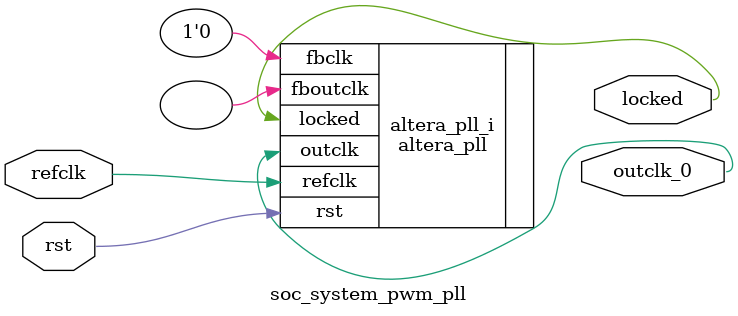
<source format=v>
`timescale 1ns/10ps
module  soc_system_pwm_pll(

	// interface 'refclk'
	input wire refclk,

	// interface 'reset'
	input wire rst,

	// interface 'outclk0'
	output wire outclk_0,

	// interface 'locked'
	output wire locked
);

	altera_pll #(
		.fractional_vco_multiplier("false"),
		.reference_clock_frequency("50.0 MHz"),
		.operation_mode("direct"),
		.number_of_clocks(1),
		.output_clock_frequency0("1.505199 MHz"),
		.phase_shift0("0 ps"),
		.duty_cycle0(50),
		.output_clock_frequency1("0 MHz"),
		.phase_shift1("0 ps"),
		.duty_cycle1(50),
		.output_clock_frequency2("0 MHz"),
		.phase_shift2("0 ps"),
		.duty_cycle2(50),
		.output_clock_frequency3("0 MHz"),
		.phase_shift3("0 ps"),
		.duty_cycle3(50),
		.output_clock_frequency4("0 MHz"),
		.phase_shift4("0 ps"),
		.duty_cycle4(50),
		.output_clock_frequency5("0 MHz"),
		.phase_shift5("0 ps"),
		.duty_cycle5(50),
		.output_clock_frequency6("0 MHz"),
		.phase_shift6("0 ps"),
		.duty_cycle6(50),
		.output_clock_frequency7("0 MHz"),
		.phase_shift7("0 ps"),
		.duty_cycle7(50),
		.output_clock_frequency8("0 MHz"),
		.phase_shift8("0 ps"),
		.duty_cycle8(50),
		.output_clock_frequency9("0 MHz"),
		.phase_shift9("0 ps"),
		.duty_cycle9(50),
		.output_clock_frequency10("0 MHz"),
		.phase_shift10("0 ps"),
		.duty_cycle10(50),
		.output_clock_frequency11("0 MHz"),
		.phase_shift11("0 ps"),
		.duty_cycle11(50),
		.output_clock_frequency12("0 MHz"),
		.phase_shift12("0 ps"),
		.duty_cycle12(50),
		.output_clock_frequency13("0 MHz"),
		.phase_shift13("0 ps"),
		.duty_cycle13(50),
		.output_clock_frequency14("0 MHz"),
		.phase_shift14("0 ps"),
		.duty_cycle14(50),
		.output_clock_frequency15("0 MHz"),
		.phase_shift15("0 ps"),
		.duty_cycle15(50),
		.output_clock_frequency16("0 MHz"),
		.phase_shift16("0 ps"),
		.duty_cycle16(50),
		.output_clock_frequency17("0 MHz"),
		.phase_shift17("0 ps"),
		.duty_cycle17(50),
		.pll_type("General"),
		.pll_subtype("General")
	) altera_pll_i (
		.rst	(rst),
		.outclk	({outclk_0}),
		.locked	(locked),
		.fboutclk	( ),
		.fbclk	(1'b0),
		.refclk	(refclk)
	);
endmodule


</source>
